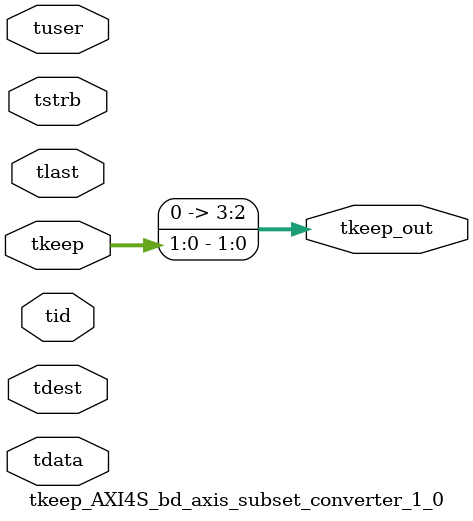
<source format=v>


`timescale 1ps/1ps

module tkeep_AXI4S_bd_axis_subset_converter_1_0 #
(
parameter C_S_AXIS_TDATA_WIDTH = 32,
parameter C_S_AXIS_TUSER_WIDTH = 0,
parameter C_S_AXIS_TID_WIDTH   = 0,
parameter C_S_AXIS_TDEST_WIDTH = 0,
parameter C_M_AXIS_TDATA_WIDTH = 32
)
(
input  [(C_S_AXIS_TDATA_WIDTH == 0 ? 1 : C_S_AXIS_TDATA_WIDTH)-1:0     ] tdata,
input  [(C_S_AXIS_TUSER_WIDTH == 0 ? 1 : C_S_AXIS_TUSER_WIDTH)-1:0     ] tuser,
input  [(C_S_AXIS_TID_WIDTH   == 0 ? 1 : C_S_AXIS_TID_WIDTH)-1:0       ] tid,
input  [(C_S_AXIS_TDEST_WIDTH == 0 ? 1 : C_S_AXIS_TDEST_WIDTH)-1:0     ] tdest,
input  [(C_S_AXIS_TDATA_WIDTH/8)-1:0 ] tkeep,
input  [(C_S_AXIS_TDATA_WIDTH/8)-1:0 ] tstrb,
input                                                                    tlast,
output [(C_M_AXIS_TDATA_WIDTH/8)-1:0 ] tkeep_out
);

assign tkeep_out = {tkeep[1:0]};

endmodule


</source>
